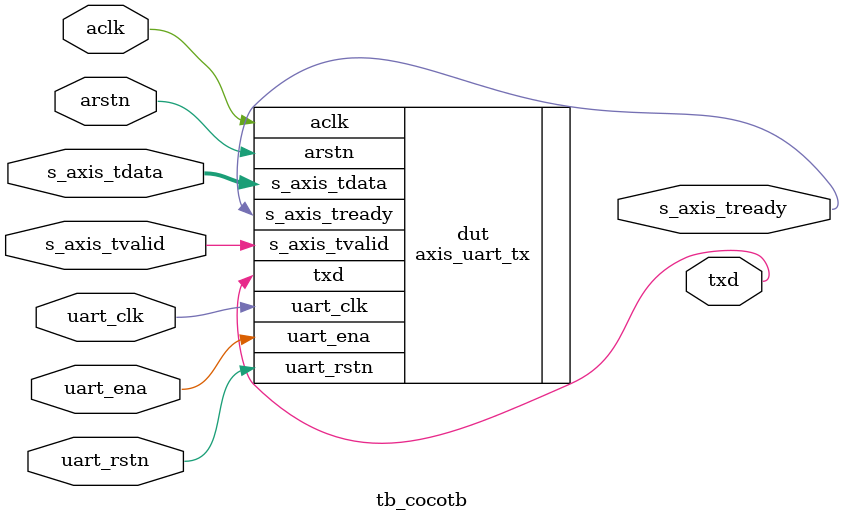
<source format=v>

`timescale 1ns/100ps

/*
 * Module: tb_cocotb
 *
 * Test bench for AXIS UART TX, simple UART TX from AXI Streaming interface.
 *
 * Parameters:
 *
 *   PARITY_ENA       - Enable Parity for the data in and out.
 *   PARITY_TYPE      - Set the parity type, 0 = even, 1 = odd, 2 = mark, 3 = space.
 *   STOP_BITS        - Number of stop bits, 0 to crazy non-standard amounts.
 *   DATA_BITS        - Number of data bits, 1 to crazy non-standard amounts.
 *   DELAY            - Delay in tx data output. Delays the time to output of the data.
 *
 * Ports:
 *
 *   aclk           - Clock for AXIS
 *   arstn          - Negative reset for AXIS
 *   s_axis_tdata   - Input data for UART TX.
 *   s_axis_tvalid  - When set active high the input data is valid
 *   s_axis_tready  - When active high the device is ready for input data.
 *   uart_clk       - Clock used for BAUD rate generation
 *   uart_rstn      - Negative reset for UART, for anything clocked on uart_clk
 *   uart_ena       - When active high enable UART transmit state.
 *   txd            - transmit for UART (output to RX)
 */
module tb_cocotb #(
    parameter PARITY_ENA  = 0,
    parameter PARITY_TYPE = 1,
    parameter STOP_BITS   = 1,
    parameter DATA_BITS   = 8,
    parameter DELAY       = 0
  )
  (
    input                   aclk,
    input                   arstn,
    input   [DATA_BITS-1:0] s_axis_tdata,
    input                   s_axis_tvalid,
    output                  s_axis_tready,
    input                   uart_clk,
    input                   uart_rstn,
    input                   uart_ena,
    output                  txd
  );
  // fst dump command
  initial begin
    $dumpfile ("tb_cocotb.fst");
    $dumpvars (0, tb_cocotb);
    #1;
  end
  
  //Group: Instantiated Modules

  /*
   * Module: dut
   *
   * Device under test, axis_uart_tx
   */
  axis_uart_tx #(
    .PARITY_ENA(0),
    .PARITY_TYPE(1),
    .STOP_BITS(1),
    .DATA_BITS(8),
    .DELAY(0)
  ) dut (
    .aclk(aclk),
    .arstn(arstn),
    .s_axis_tdata(s_axis_tdata),
    .s_axis_tvalid(s_axis_tvalid),
    .s_axis_tready(s_axis_tready),
    .uart_clk(uart_clk),
    .uart_rstn(uart_rstn),
    .uart_ena(uart_ena),
    .txd(txd)
  );
  
endmodule


</source>
